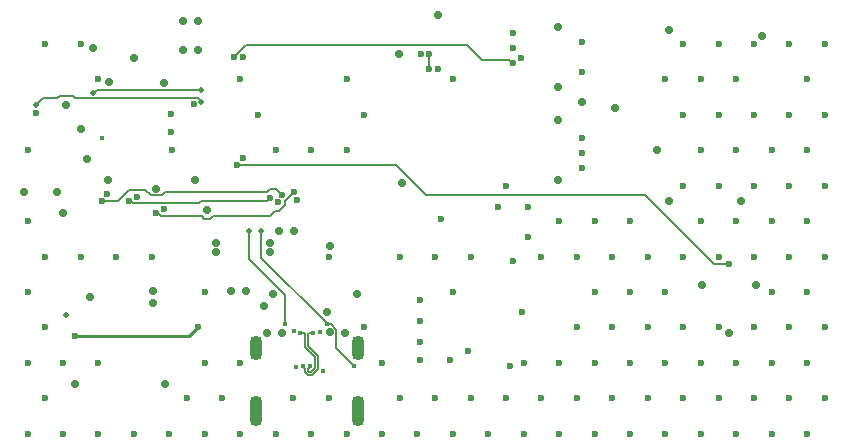
<source format=gbl>
G04*
G04 #@! TF.GenerationSoftware,Altium Limited,Altium Designer,22.9.1 (49)*
G04*
G04 Layer_Physical_Order=6*
G04 Layer_Color=16711680*
%FSLAX44Y44*%
%MOMM*%
G71*
G04*
G04 #@! TF.SameCoordinates,B13B86A1-C59C-446D-9954-5AC39BAABFE9*
G04*
G04*
G04 #@! TF.FilePolarity,Positive*
G04*
G01*
G75*
%ADD90C,0.1475*%
%ADD93C,0.1710*%
%ADD99C,0.2794*%
%ADD100C,0.1270*%
G04:AMPARAMS|DCode=104|XSize=1.1mm|YSize=2.1mm|CornerRadius=0.55mm|HoleSize=0mm|Usage=FLASHONLY|Rotation=0.000|XOffset=0mm|YOffset=0mm|HoleType=Round|Shape=RoundedRectangle|*
%AMROUNDEDRECTD104*
21,1,1.1000,1.0000,0,0,0.0*
21,1,0.0000,2.1000,0,0,0.0*
1,1,1.1000,0.0000,-0.5000*
1,1,1.1000,0.0000,-0.5000*
1,1,1.1000,0.0000,0.5000*
1,1,1.1000,0.0000,0.5000*
%
%ADD104ROUNDEDRECTD104*%
G04:AMPARAMS|DCode=105|XSize=1.1mm|YSize=2.6mm|CornerRadius=0.55mm|HoleSize=0mm|Usage=FLASHONLY|Rotation=0.000|XOffset=0mm|YOffset=0mm|HoleType=Round|Shape=RoundedRectangle|*
%AMROUNDEDRECTD105*
21,1,1.1000,1.5000,0,0,0.0*
21,1,0.0000,2.6000,0,0,0.0*
1,1,1.1000,0.0000,-0.7500*
1,1,1.1000,0.0000,-0.7500*
1,1,1.1000,0.0000,0.7500*
1,1,1.1000,0.0000,0.7500*
%
%ADD105ROUNDEDRECTD105*%
%ADD106C,0.6000*%
%ADD107C,0.4500*%
%ADD108C,0.7000*%
%ADD109C,0.5000*%
D90*
X264273Y60890D02*
X269136Y65752D01*
X261531Y96520D02*
X264970D01*
X260492Y60890D02*
X264273D01*
X258243Y63138D02*
X260492Y60890D01*
X256540Y67906D02*
Y68580D01*
X263294Y63253D02*
X266772Y66732D01*
X269136Y65752D02*
Y77188D01*
X260667Y95656D02*
X261531Y96520D01*
X261471Y63253D02*
X263294D01*
X260667Y85658D02*
X269136Y77188D01*
X260607Y66203D02*
X262310Y67906D01*
X260607Y64117D02*
X261471Y63253D01*
X257439Y96520D02*
X258303Y95656D01*
X262310Y67906D02*
Y68580D01*
X256540Y67906D02*
X258243Y66203D01*
X260607Y64117D02*
Y66203D01*
X266772Y66732D02*
Y76209D01*
X258303Y84679D02*
X266772Y76209D01*
X258243Y63138D02*
Y66203D01*
X254000Y96520D02*
X257439D01*
X258303Y84679D02*
Y95656D01*
X260667Y85658D02*
Y95656D01*
D93*
X168447Y206547D02*
X170180Y208280D01*
X118291Y206547D02*
X168447D01*
X117947Y206203D02*
X118291Y206547D01*
X112458Y206203D02*
X117947D01*
X109220Y208280D02*
X110381D01*
X112458Y206203D01*
X170180Y208280D02*
X225469D01*
X136615Y212815D02*
X139700Y215900D01*
X127545Y212815D02*
X136615D01*
X122652Y217708D02*
X127545Y212815D01*
X139700Y215900D02*
X226060D01*
X109220Y217708D02*
X122652D01*
X99792Y208280D02*
X109220Y217708D01*
X86360Y208280D02*
X99792D01*
X136283Y195128D02*
X170632D01*
X179888D02*
X228148D01*
X177800Y193040D02*
X179888Y195128D01*
X172720Y193040D02*
X177800D01*
X170632Y195128D02*
X172720Y193040D01*
X228600Y218440D02*
X233680D01*
X238760Y213360D01*
X226060Y215900D02*
X228600Y218440D01*
X63500Y295092D02*
X167188D01*
X36012D02*
X48260D01*
X61412Y297180D02*
X63500Y295092D01*
X50348Y297180D02*
X61412D01*
X48260Y295092D02*
X50348Y297180D01*
X240792Y207772D02*
X248920Y215900D01*
X228148Y195128D02*
X232918Y199898D01*
X235712D01*
X240792Y204978D01*
Y207772D01*
X360680Y213360D02*
X546100D01*
X604520Y154940D01*
X617220D01*
X335280Y238760D02*
X360680Y213360D01*
X200660Y238760D02*
X335280D01*
X228009Y210820D02*
X228600D01*
X225469Y208280D02*
X228009Y210820D01*
X132080Y198120D02*
X133291D01*
X136283Y195128D01*
X208280Y340360D02*
X395063D01*
X198120Y330200D02*
X208280Y340360D01*
X167188Y295092D02*
X170180Y292100D01*
X30480Y289560D02*
X36012Y295092D01*
X78740Y299720D02*
X79681D01*
X82221Y302260D02*
X170180D01*
X79681Y299720D02*
X82221Y302260D01*
X407763Y327660D02*
X430589D01*
X433129Y325120D01*
X434340D01*
X395063Y340360D02*
X407763Y327660D01*
X363220Y320040D02*
Y332740D01*
D99*
X160020Y93980D02*
X167640Y101600D01*
X63500Y93980D02*
X160020D01*
D100*
X284480Y83820D02*
X299720Y68580D01*
X279798Y103742D02*
X284480Y99060D01*
Y83820D02*
Y99060D01*
X220980Y160020D02*
X277258Y103742D01*
X279798D01*
X210820Y158682D02*
Y182880D01*
X241300Y104140D02*
Y128202D01*
X210820Y158682D02*
X241300Y128202D01*
X220980Y160020D02*
Y182880D01*
D104*
X302680Y83740D02*
D03*
X216280D02*
D03*
D105*
X302680Y30140D02*
D03*
X216280D02*
D03*
D106*
X68080Y341000D02*
D03*
X698080D02*
D03*
X683080Y311000D02*
D03*
X698080Y281000D02*
D03*
X683080Y251000D02*
D03*
X698080Y221000D02*
D03*
X683080Y191000D02*
D03*
X698080Y161000D02*
D03*
X683080Y131000D02*
D03*
X698080Y101000D02*
D03*
X683080Y71000D02*
D03*
X698080Y41000D02*
D03*
X683080Y11000D02*
D03*
X668080Y341000D02*
D03*
Y281000D02*
D03*
X653080Y251000D02*
D03*
X668080Y221000D02*
D03*
X653080Y191000D02*
D03*
X668080Y161000D02*
D03*
X653080Y131000D02*
D03*
X668080Y101000D02*
D03*
X653080Y71000D02*
D03*
X668080Y41000D02*
D03*
X653080Y11000D02*
D03*
X638080Y341000D02*
D03*
X623080Y311000D02*
D03*
X638080Y281000D02*
D03*
X623080Y251000D02*
D03*
X638080Y221000D02*
D03*
X623080Y191000D02*
D03*
X638080Y161000D02*
D03*
Y101000D02*
D03*
X623080Y71000D02*
D03*
X638080Y41000D02*
D03*
X623080Y11000D02*
D03*
X608080Y341000D02*
D03*
X593080Y311000D02*
D03*
X608080Y281000D02*
D03*
X593080Y251000D02*
D03*
X608080Y221000D02*
D03*
X593080Y191000D02*
D03*
X608080Y161000D02*
D03*
Y101000D02*
D03*
X593080Y71000D02*
D03*
X608080Y41000D02*
D03*
X593080Y11000D02*
D03*
X578080Y341000D02*
D03*
X563080Y311000D02*
D03*
X578080Y281000D02*
D03*
Y221000D02*
D03*
Y161000D02*
D03*
X563080Y131000D02*
D03*
X578080Y101000D02*
D03*
X563080Y71000D02*
D03*
X578080Y41000D02*
D03*
X563080Y11000D02*
D03*
X533080Y191000D02*
D03*
X548080Y161000D02*
D03*
X533080Y131000D02*
D03*
X548080Y101000D02*
D03*
X533080Y71000D02*
D03*
X548080Y41000D02*
D03*
X533080Y11000D02*
D03*
X503080Y191000D02*
D03*
X518080Y161000D02*
D03*
X503080Y131000D02*
D03*
X518080Y101000D02*
D03*
X503080Y71000D02*
D03*
X518080Y41000D02*
D03*
X503080Y11000D02*
D03*
X473080Y191000D02*
D03*
X488080Y161000D02*
D03*
Y101000D02*
D03*
X473080Y71000D02*
D03*
X488080Y41000D02*
D03*
X473080Y11000D02*
D03*
X458080Y161000D02*
D03*
X443080Y71000D02*
D03*
X458080Y41000D02*
D03*
X443080Y11000D02*
D03*
X428080Y221000D02*
D03*
Y41000D02*
D03*
X413080Y11000D02*
D03*
X383080Y311000D02*
D03*
X398080Y161000D02*
D03*
X383080Y131000D02*
D03*
X398080Y41000D02*
D03*
X383080Y11000D02*
D03*
X368080Y161000D02*
D03*
Y41000D02*
D03*
X353080Y11000D02*
D03*
X338080Y161000D02*
D03*
X323080Y71000D02*
D03*
X338080Y41000D02*
D03*
X323080Y11000D02*
D03*
X293080Y311000D02*
D03*
X308080Y281000D02*
D03*
X293080Y251000D02*
D03*
X308080Y101000D02*
D03*
X293080Y11000D02*
D03*
X263080Y251000D02*
D03*
X278080Y161000D02*
D03*
Y41000D02*
D03*
X263080Y11000D02*
D03*
X233080Y251000D02*
D03*
X248080Y41000D02*
D03*
X233080Y11000D02*
D03*
X203080Y311000D02*
D03*
X218080Y281000D02*
D03*
X203080Y71000D02*
D03*
Y11000D02*
D03*
X173080Y131000D02*
D03*
Y71000D02*
D03*
X188080Y41000D02*
D03*
X173080Y11000D02*
D03*
X158080Y41000D02*
D03*
X143080Y11000D02*
D03*
X128080Y161000D02*
D03*
X113080Y11000D02*
D03*
X83080Y311000D02*
D03*
X98080Y161000D02*
D03*
X83080Y71000D02*
D03*
Y11000D02*
D03*
X68080Y161000D02*
D03*
X53080Y71000D02*
D03*
Y11000D02*
D03*
X38080Y341000D02*
D03*
X23080Y251000D02*
D03*
Y191000D02*
D03*
X38080Y161000D02*
D03*
X23080Y131000D02*
D03*
X38080Y101000D02*
D03*
X23080Y71000D02*
D03*
X38080Y41000D02*
D03*
X23080Y11000D02*
D03*
X396240Y81280D02*
D03*
X431800Y68580D02*
D03*
X441960Y114300D02*
D03*
X434340Y157480D02*
D03*
X440690Y328930D02*
D03*
X370586Y320040D02*
D03*
X355854Y332740D02*
D03*
X205486Y244348D02*
D03*
X235204Y207010D02*
D03*
X251206Y208788D02*
D03*
X115824Y211328D02*
D03*
X138684Y201422D02*
D03*
X90678Y214376D02*
D03*
X30480Y282702D02*
D03*
X163576Y289814D02*
D03*
X205740Y330200D02*
D03*
X355600Y124460D02*
D03*
X447040Y177800D02*
D03*
X381000Y73660D02*
D03*
X447040Y203200D02*
D03*
X355600Y73660D02*
D03*
Y88900D02*
D03*
Y106680D02*
D03*
X373380Y193040D02*
D03*
X421640Y203200D02*
D03*
X200660Y238760D02*
D03*
X617220Y154940D02*
D03*
X492760Y236220D02*
D03*
Y248920D02*
D03*
Y261620D02*
D03*
Y317500D02*
D03*
Y342900D02*
D03*
X86360Y208280D02*
D03*
X109220D02*
D03*
X132080Y198120D02*
D03*
X228600Y210820D02*
D03*
X238760Y213360D02*
D03*
X248920Y215900D02*
D03*
X167640Y101600D02*
D03*
X63500Y93980D02*
D03*
X144946Y251474D02*
D03*
X144780Y266700D02*
D03*
Y281940D02*
D03*
X198120Y330200D02*
D03*
X434340Y337820D02*
D03*
Y350520D02*
D03*
Y325120D02*
D03*
X363220Y320040D02*
D03*
Y332740D02*
D03*
D107*
X256540Y68580D02*
D03*
X262310D02*
D03*
X86360Y261620D02*
D03*
X270764Y97282D02*
D03*
X248412Y98044D02*
D03*
X273304Y64516D02*
D03*
X250698Y67310D02*
D03*
X299720Y68580D02*
D03*
X276860Y104140D02*
D03*
X241300D02*
D03*
X264970Y96520D02*
D03*
X254000D02*
D03*
D108*
X279400Y170180D02*
D03*
X91694Y308610D02*
D03*
X337820Y332740D02*
D03*
X340360Y223520D02*
D03*
X302260Y129540D02*
D03*
X279075Y96821D02*
D03*
X492760Y292100D02*
D03*
X132080Y218440D02*
D03*
X76200Y127000D02*
D03*
X129540Y132080D02*
D03*
Y121920D02*
D03*
X139700Y53340D02*
D03*
X63500D02*
D03*
X20320Y215900D02*
D03*
X48260D02*
D03*
X53340Y198120D02*
D03*
X175260Y200660D02*
D03*
X165100Y226060D02*
D03*
X112776Y329494D02*
D03*
X154940Y360680D02*
D03*
X167640D02*
D03*
Y335732D02*
D03*
X154940D02*
D03*
X248920Y182880D02*
D03*
X236220D02*
D03*
X231140Y129540D02*
D03*
X223520Y119380D02*
D03*
X195580Y132080D02*
D03*
X208280D02*
D03*
X182880Y172720D02*
D03*
Y165100D02*
D03*
X228600D02*
D03*
Y172720D02*
D03*
X276860Y114300D02*
D03*
X292100Y96520D02*
D03*
X238760D02*
D03*
X226060D02*
D03*
X91295Y226140D02*
D03*
X73660Y243840D02*
D03*
X78740Y337820D02*
D03*
X138430Y308356D02*
D03*
X55880Y289560D02*
D03*
X68580Y269240D02*
D03*
X617220Y96520D02*
D03*
X640080Y137160D02*
D03*
X594360D02*
D03*
X370840Y365760D02*
D03*
X472440Y226060D02*
D03*
Y276860D02*
D03*
Y355148D02*
D03*
Y304800D02*
D03*
X520700Y287020D02*
D03*
X627380Y208280D02*
D03*
X566420D02*
D03*
X556260Y251460D02*
D03*
X566420Y353060D02*
D03*
X645160Y347980D02*
D03*
D109*
X55880Y111760D02*
D03*
X220980Y182880D02*
D03*
X210820D02*
D03*
X170180Y292100D02*
D03*
Y302260D02*
D03*
X78740Y299720D02*
D03*
X30480Y289560D02*
D03*
M02*

</source>
